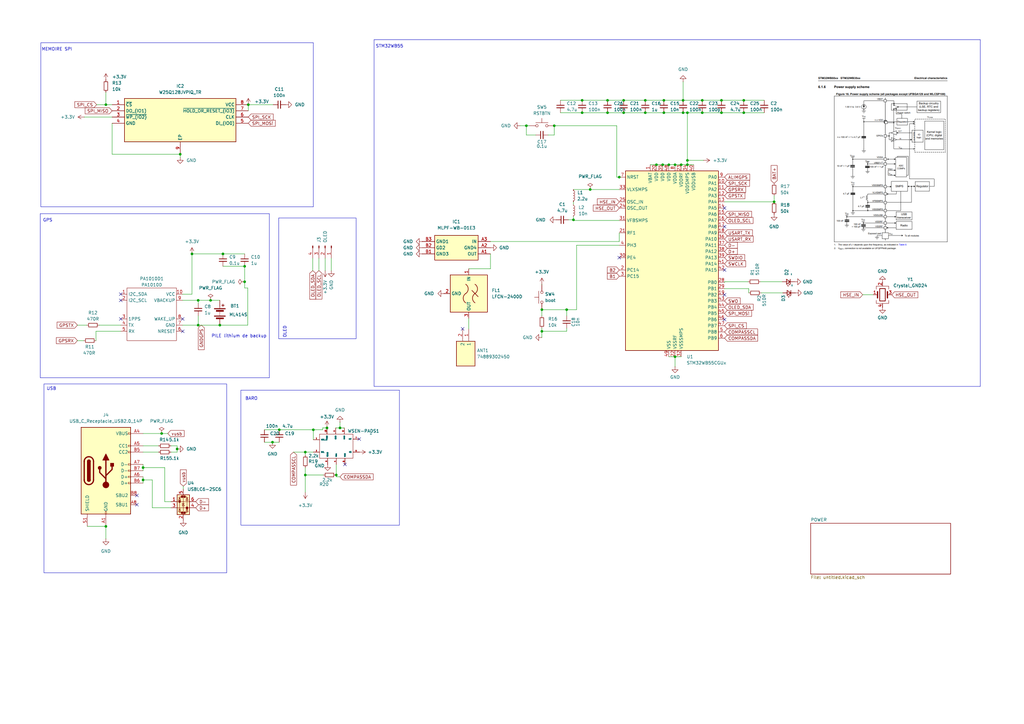
<source format=kicad_sch>
(kicad_sch (version 20231120) (generator "eeschema") (generator_version "8.0")
  (paper "A3")
  (junction (at 81.28 123.19))
  (junction (at 317.5 82.804))
  (junction (at 279.4 67.564))
  (junction (at 288.036 41.148))
  (junction (at 272.288 46.228))
  (junction (at 255.778 46.228))
  (junction (at 264.668 41.148))
  (junction (at 215.9 51.562))
  (junction (at 222.25 135.89))
  (junction (at 276.86 146.304))
  (junction (at 222.25 127))
  (junction (at 134.112 175.514))
  (junction (at 276.86 67.564))
  (junction (at 72.644 184.15))
  (junction (at 100.33 115.57))
  (junction (at 78.74 104.14))
  (junction (at 288.036 46.228))
  (junction (at 128.524 176.276))
  (junction (at 281.94 46.228))
  (junction (at 58.674 191.77))
  (junction (at 271.78 67.564))
  (junction (at 249.174 41.148))
  (junction (at 86.36 123.19))
  (junction (at 66.294 177.8))
  (junction (at 295.91 41.148))
  (junction (at 280.162 46.228))
  (junction (at 137.922 194.818))
  (junction (at 305.054 46.228))
  (junction (at 272.288 41.148))
  (junction (at 242.062 77.724))
  (junction (at 238.76 46.228))
  (junction (at 249.174 46.228))
  (junction (at 254 72.644))
  (junction (at 81.28 133.35))
  (junction (at 91.44 104.14))
  (junction (at 139.446 175.514))
  (junction (at 43.434 42.926))
  (junction (at 281.94 65.786))
  (junction (at 101.854 42.926))
  (junction (at 274.32 67.564))
  (junction (at 227.33 51.562))
  (junction (at 43.434 215.9))
  (junction (at 111.76 181.356))
  (junction (at 58.674 196.85))
  (junction (at 255.778 41.148))
  (junction (at 114.554 176.276))
  (junction (at 295.91 46.228))
  (junction (at 281.94 67.564))
  (junction (at 269.24 67.564))
  (junction (at 238.76 41.148))
  (junction (at 235.204 90.17))
  (junction (at 125.222 185.42))
  (junction (at 232.41 127))
  (junction (at 90.17 133.35))
  (junction (at 305.054 41.148))
  (junction (at 73.914 63.246))
  (junction (at 264.668 46.228))
  (junction (at 280.162 41.148))
  (junction (at 100.33 109.22))
  (junction (at 125.222 194.818))
  (no_connect (at 49.53 120.65))
  (no_connect (at 297.18 92.964))
  (no_connect (at 49.53 123.19))
  (no_connect (at 147.32 180.086))
  (no_connect (at 297.18 120.904))
  (no_connect (at 297.18 85.344))
  (no_connect (at 254 105.664))
  (no_connect (at 56.134 203.2))
  (no_connect (at 297.18 110.744))
  (no_connect (at 189.738 134.874))
  (no_connect (at 141.478 190.5))
  (no_connect (at 49.53 130.81))
  (no_connect (at 74.93 135.89))
  (no_connect (at 56.134 207.01))
  (no_connect (at 74.93 130.81))
  (no_connect (at 297.18 131.064))
  (wire (pts (xy 74.93 120.65) (xy 78.74 120.65)))
  (wire (pts (xy 317.5 80.264) (xy 317.5 82.804)))
  (wire (pts (xy 91.44 109.22) (xy 100.33 109.22)))
  (wire (pts (xy 288.036 41.148) (xy 295.91 41.148)))
  (wire (pts (xy 254 72.644) (xy 252.984 72.644)))
  (wire (pts (xy 74.93 123.19) (xy 81.28 123.19)))
  (wire (pts (xy 58.674 185.42) (xy 65.024 185.42)))
  (wire (pts (xy 75.184 200.66) (xy 75.184 199.39)))
  (wire (pts (xy 288.036 46.228) (xy 295.91 46.228)))
  (wire (pts (xy 81.28 123.19) (xy 81.28 124.46)))
  (wire (pts (xy 222.25 135.89) (xy 222.25 138.43)))
  (wire (pts (xy 137.668 175.514) (xy 139.446 175.514)))
  (wire (pts (xy 111.76 181.356) (xy 114.554 181.356)))
  (wire (pts (xy 297.18 82.804) (xy 317.5 82.804)))
  (wire (pts (xy 353.822 120.904) (xy 358.14 120.904)))
  (wire (pts (xy 45.974 63.246) (xy 45.974 50.546)))
  (wire (pts (xy 281.94 46.228) (xy 281.94 65.786)))
  (wire (pts (xy 67.564 205.74) (xy 67.564 191.77)))
  (wire (pts (xy 58.674 196.85) (xy 58.674 198.12)))
  (wire (pts (xy 306.832 115.57) (xy 297.18 115.57)))
  (wire (pts (xy 215.9 51.562) (xy 217.17 51.562)))
  (wire (pts (xy 192.278 130.556) (xy 192.278 134.874)))
  (wire (pts (xy 137.668 194.818) (xy 137.922 194.818)))
  (wire (pts (xy 133.35 110.998) (xy 133.35 105.918)))
  (wire (pts (xy 297.18 118.364) (xy 307.086 118.364)))
  (wire (pts (xy 108.458 181.356) (xy 111.76 181.356)))
  (wire (pts (xy 132.334 175.514) (xy 134.112 175.514)))
  (wire (pts (xy 280.162 46.228) (xy 281.94 46.228)))
  (wire (pts (xy 31.75 133.35) (xy 35.56 133.35)))
  (wire (pts (xy 272.288 41.148) (xy 280.162 41.148)))
  (wire (pts (xy 70.104 182.88) (xy 72.644 182.88)))
  (wire (pts (xy 269.24 67.564) (xy 271.78 67.564)))
  (wire (pts (xy 125.222 186.69) (xy 125.222 185.42)))
  (wire (pts (xy 305.054 41.148) (xy 313.436 41.148)))
  (wire (pts (xy 81.28 133.35) (xy 90.17 133.35)))
  (wire (pts (xy 58.674 182.88) (xy 65.024 182.88)))
  (wire (pts (xy 224.79 55.372) (xy 227.33 55.372)))
  (wire (pts (xy 135.89 110.998) (xy 135.89 105.918)))
  (wire (pts (xy 100.33 115.57) (xy 100.33 118.11)))
  (wire (pts (xy 235.204 90.17) (xy 235.204 88.9)))
  (wire (pts (xy 232.41 127) (xy 232.41 129.54)))
  (wire (pts (xy 34.544 48.006) (xy 45.974 48.006)))
  (wire (pts (xy 58.674 191.77) (xy 58.674 193.04)))
  (wire (pts (xy 40.64 133.35) (xy 49.53 133.35)))
  (wire (pts (xy 72.644 185.42) (xy 72.644 184.15)))
  (wire (pts (xy 232.41 134.62) (xy 232.41 135.89)))
  (wire (pts (xy 139.446 195.58) (xy 137.922 195.58)))
  (wire (pts (xy 227.33 51.562) (xy 252.984 51.562)))
  (wire (pts (xy 101.6 118.11) (xy 101.6 133.35)))
  (wire (pts (xy 201.168 110.236) (xy 201.168 104.14)))
  (wire (pts (xy 125.222 194.818) (xy 125.222 191.77)))
  (wire (pts (xy 58.674 195.58) (xy 58.674 196.85)))
  (wire (pts (xy 254 90.424) (xy 235.204 90.424)))
  (wire (pts (xy 39.37 135.89) (xy 49.53 135.89)))
  (wire (pts (xy 35.814 215.9) (xy 43.434 215.9)))
  (wire (pts (xy 232.41 135.89) (xy 222.25 135.89)))
  (wire (pts (xy 254 99.06) (xy 254 95.504)))
  (wire (pts (xy 238.76 41.148) (xy 249.174 41.148)))
  (wire (pts (xy 235.204 77.724) (xy 242.062 77.724)))
  (wire (pts (xy 43.434 42.926) (xy 43.434 37.846)))
  (wire (pts (xy 254.254 72.644) (xy 254 72.644)))
  (wire (pts (xy 264.668 46.228) (xy 272.288 46.228)))
  (wire (pts (xy 213.36 51.562) (xy 215.9 51.562)))
  (wire (pts (xy 78.74 120.65) (xy 78.74 104.14)))
  (wire (pts (xy 236.474 100.584) (xy 236.474 127)))
  (wire (pts (xy 39.37 139.7) (xy 39.37 135.89)))
  (wire (pts (xy 100.33 109.22) (xy 100.33 115.57)))
  (wire (pts (xy 305.054 46.228) (xy 313.436 46.228)))
  (wire (pts (xy 271.78 67.564) (xy 274.32 67.564)))
  (wire (pts (xy 101.6 133.35) (xy 90.17 133.35)))
  (wire (pts (xy 233.172 90.17) (xy 235.204 90.17)))
  (wire (pts (xy 255.778 46.228) (xy 264.668 46.228)))
  (wire (pts (xy 125.222 185.42) (xy 128.524 185.42)))
  (wire (pts (xy 62.484 196.85) (xy 58.674 196.85)))
  (wire (pts (xy 81.28 123.19) (xy 86.36 123.19)))
  (wire (pts (xy 279.4 67.564) (xy 281.94 67.564)))
  (wire (pts (xy 235.204 82.804) (xy 235.204 83.82)))
  (wire (pts (xy 222.25 134.62) (xy 222.25 135.89)))
  (wire (pts (xy 238.76 46.228) (xy 249.174 46.228)))
  (wire (pts (xy 128.524 176.276) (xy 128.524 180.34)))
  (wire (pts (xy 242.062 77.724) (xy 254 77.724)))
  (wire (pts (xy 255.778 41.148) (xy 264.668 41.148)))
  (wire (pts (xy 274.32 146.304) (xy 276.86 146.304)))
  (wire (pts (xy 295.91 46.228) (xy 305.054 46.228)))
  (wire (pts (xy 272.288 46.228) (xy 280.162 46.228)))
  (wire (pts (xy 86.36 123.19) (xy 90.17 123.19)))
  (wire (pts (xy 39.624 42.926) (xy 43.434 42.926)))
  (wire (pts (xy 128.524 176.276) (xy 132.334 176.276)))
  (wire (pts (xy 70.104 208.28) (xy 62.484 208.28)))
  (wire (pts (xy 114.554 176.276) (xy 128.524 176.276)))
  (wire (pts (xy 252.984 51.562) (xy 252.984 72.644)))
  (wire (pts (xy 215.9 55.372) (xy 215.9 51.562)))
  (wire (pts (xy 192.278 110.236) (xy 201.168 110.236)))
  (wire (pts (xy 222.25 129.54) (xy 222.25 127)))
  (wire (pts (xy 249.174 41.148) (xy 255.778 41.148)))
  (wire (pts (xy 101.854 42.926) (xy 101.854 45.466)))
  (wire (pts (xy 281.94 65.786) (xy 281.94 67.564)))
  (wire (pts (xy 249.174 46.228) (xy 255.778 46.228)))
  (wire (pts (xy 307.086 118.364) (xy 307.086 120.142)))
  (wire (pts (xy 264.668 41.148) (xy 272.288 41.148)))
  (wire (pts (xy 280.162 41.148) (xy 288.036 41.148)))
  (wire (pts (xy 281.94 46.228) (xy 288.036 46.228)))
  (wire (pts (xy 120.396 185.42) (xy 125.222 185.42)))
  (wire (pts (xy 43.434 215.9) (xy 43.434 220.98)))
  (wire (pts (xy 70.104 205.74) (xy 67.564 205.74)))
  (wire (pts (xy 311.912 115.57) (xy 320.802 115.57)))
  (wire (pts (xy 227.33 51.562) (xy 227.33 55.372)))
  (wire (pts (xy 101.854 42.926) (xy 112.014 42.926)))
  (wire (pts (xy 125.222 201.93) (xy 125.222 194.818)))
  (wire (pts (xy 74.93 133.35) (xy 81.28 133.35)))
  (wire (pts (xy 235.204 90.424) (xy 235.204 90.17)))
  (wire (pts (xy 128.27 110.998) (xy 128.27 105.918)))
  (wire (pts (xy 134.112 175.26) (xy 134.112 175.514)))
  (wire (pts (xy 70.104 185.42) (xy 72.644 185.42)))
  (wire (pts (xy 132.334 176.276) (xy 132.334 175.514)))
  (wire (pts (xy 137.922 195.58) (xy 137.922 194.818)))
  (wire (pts (xy 139.446 173.228) (xy 139.446 175.514)))
  (wire (pts (xy 91.44 104.14) (xy 100.33 104.14)))
  (wire (pts (xy 222.25 127) (xy 232.41 127)))
  (wire (pts (xy 229.87 41.148) (xy 238.76 41.148)))
  (wire (pts (xy 266.7 67.564) (xy 269.24 67.564)))
  (wire (pts (xy 73.914 63.246) (xy 73.914 64.516)))
  (wire (pts (xy 276.86 67.564) (xy 279.4 67.564)))
  (wire (pts (xy 100.33 118.11) (xy 101.6 118.11)))
  (wire (pts (xy 312.166 120.142) (xy 321.056 120.142)))
  (wire (pts (xy 288.544 65.786) (xy 281.94 65.786)))
  (wire (pts (xy 45.974 42.926) (xy 43.434 42.926)))
  (wire (pts (xy 125.222 194.818) (xy 132.588 194.818)))
  (wire (pts (xy 229.87 46.228) (xy 238.76 46.228)))
  (wire (pts (xy 31.75 139.7) (xy 34.29 139.7)))
  (wire (pts (xy 108.458 176.276) (xy 114.554 176.276)))
  (wire (pts (xy 219.71 55.372) (xy 215.9 55.372)))
  (wire (pts (xy 78.74 104.14) (xy 91.44 104.14)))
  (wire (pts (xy 58.674 190.5) (xy 58.674 191.77)))
  (wire (pts (xy 67.564 191.77) (xy 58.674 191.77)))
  (wire (pts (xy 137.922 190.5) (xy 137.922 194.818)))
  (wire (pts (xy 130.81 110.998) (xy 130.81 105.918)))
  (wire (pts (xy 276.86 146.304) (xy 276.86 150.368)))
  (wire (pts (xy 274.32 67.564) (xy 276.86 67.564)))
  (wire (pts (xy 297.18 115.57) (xy 297.18 115.824)))
  (wire (pts (xy 73.914 63.246) (xy 45.974 63.246)))
  (wire (pts (xy 295.91 41.148) (xy 305.054 41.148)))
  (wire (pts (xy 276.86 146.304) (xy 279.4 146.304)))
  (wire (pts (xy 58.674 177.8) (xy 66.294 177.8)))
  (wire (pts (xy 139.446 175.514) (xy 141.224 175.514)))
  (wire (pts (xy 232.41 127) (xy 236.474 127)))
  (wire (pts (xy 280.162 33.528) (xy 280.162 41.148)))
  (wire (pts (xy 72.644 182.88) (xy 72.644 184.15)))
  (wire (pts (xy 201.168 99.06) (xy 254 99.06)))
  (wire (pts (xy 81.28 133.35) (xy 81.28 129.54)))
  (wire (pts (xy 222.25 116.586) (xy 222.25 116.84)))
  (wire (pts (xy 62.484 208.28) (xy 62.484 196.85)))
  (wire (pts (xy 66.294 177.8) (xy 68.834 177.8)))
  (wire (pts (xy 281.94 67.564) (xy 284.48 67.564)))
  (wire (pts (xy 236.474 100.584) (xy 254 100.584)))
  (rectangle (start 16.764 17.526) (end 128.524 84.836))
  (rectangle (start 114.3 138.938) (end 146.05 89.408))
  (rectangle (start 98.806 160.02) (end 163.83 215.392))
  (rectangle (start 16.51 87.63) (end 110.49 154.94))
  (rectangle (start 153.416 16.256) (end 402.082 158.496))
  (rectangle (start 18.034 157.48) (end 92.964 234.95))
  (image (at 362.712 68.326) (scale 0.425045))
  (text "MEMOIRE SPI\n" (at 23.368 20.32 0) (effects (font (size 1.27 1.27))))
  (text "USB" (at 21.082 159.512 0) (effects (font (size 1.27 1.27))))
  (text "PILE lithium de backup" (at 98.044 137.922 0) (effects (font (size 1.27 1.27))))
  (text "BARO\n" (at 103.124 163.576 0) (effects (font (size 1.27 1.27))))
  (text "STM32WB55" (at 159.766 19.05 0) (effects (font (size 1.27 1.27))))
  (text "OLED" (at 116.84 136.144 90) (effects (font (size 1.27 1.27))))
  (text "GPS" (at 19.558 90.424 0) (effects (font (size 1.27 1.27))))
  (global_label "vusb" (shape input) (at 75.184 199.39 90) (property "Intersheetrefs" "${INTERSHEET_REFS}" (effects (hide yes))))
  (global_label "GPSRX" (shape input) (at 31.75 139.7 180) (property "Intersheetrefs" "${INTERSHEET_REFS}" (effects (hide yes))))
  (global_label "vusb" (shape input) (at 68.834 177.8 0) (property "Intersheetrefs" "${INTERSHEET_REFS}" (effects (hide yes))))
  (global_label "OLED_SCL" (shape input) (at 130.81 110.998 270) (property "Intersheetrefs" "${INTERSHEET_REFS}" (effects (hide yes))))
  (global_label "B1" (shape input) (at 254 113.284 180) (property "Intersheetrefs" "${INTERSHEET_REFS}" (effects (hide yes))))
  (global_label "HSE_IN" (shape input) (at 353.822 120.904 180) (property "Intersheetrefs" "${INTERSHEET_REFS}" (effects (hide yes))))
  (global_label "B2" (shape input) (at 254 110.744 180) (property "Intersheetrefs" "${INTERSHEET_REFS}" (effects (hide yes))))
  (global_label "GPSTX" (shape input) (at 297.18 80.264 0) (property "Intersheetrefs" "${INTERSHEET_REFS}" (effects (hide yes))))
  (global_label "OLED_SDA" (shape input) (at 297.18 125.984 0) (property "Intersheetrefs" "${INTERSHEET_REFS}" (effects (hide yes))))
  (global_label "SPI_MISO" (shape input) (at 297.18 87.884 0) (property "Intersheetrefs" "${INTERSHEET_REFS}" (effects (hide yes))))
  (global_label "USART_RX" (shape input) (at 297.18 98.044 0) (property "Intersheetrefs" "${INTERSHEET_REFS}" (effects (hide yes))))
  (global_label "USART_TX" (shape input) (at 297.18 95.504 0) (property "Intersheetrefs" "${INTERSHEET_REFS}" (effects (hide yes))))
  (global_label "SPI_SCK" (shape input) (at 101.854 48.006 0) (property "Intersheetrefs" "${INTERSHEET_REFS}" (effects (hide yes))))
  (global_label "D-" (shape input) (at 297.18 100.584 0) (property "Intersheetrefs" "${INTERSHEET_REFS}" (effects (hide yes))))
  (global_label "GNDGPS" (shape input) (at 82.55 133.35 270) (property "Intersheetrefs" "${INTERSHEET_REFS}" (effects (hide yes))))
  (global_label "BAT+" (shape input) (at 317.5 75.184 90) (property "Intersheetrefs" "${INTERSHEET_REFS}" (effects (hide yes))))
  (global_label "SWDIO" (shape input) (at 297.18 105.664 0) (property "Intersheetrefs" "${INTERSHEET_REFS}" (effects (hide yes))))
  (global_label "SPI_SCK" (shape input) (at 297.18 75.184 0) (property "Intersheetrefs" "${INTERSHEET_REFS}" (effects (hide yes))))
  (global_label "SPI_CS" (shape input) (at 39.624 42.926 180) (property "Intersheetrefs" "${INTERSHEET_REFS}" (effects (hide yes))))
  (global_label "SWO" (shape input) (at 297.18 123.444 0) (property "Intersheetrefs" "${INTERSHEET_REFS}" (effects (hide yes))))
  (global_label "OLED_SCL" (shape input) (at 297.18 90.424 0) (property "Intersheetrefs" "${INTERSHEET_REFS}" (effects (hide yes))))
  (global_label "HSE_OUT" (shape input) (at 254 85.344 180) (property "Intersheetrefs" "${INTERSHEET_REFS}" (effects (hide yes))))
  (global_label "SPI_MISO" (shape input) (at 45.974 45.466 180) (property "Intersheetrefs" "${INTERSHEET_REFS}" (effects (hide yes))))
  (global_label "COMPASSCL" (shape input) (at 297.18 136.144 0) (property "Intersheetrefs" "${INTERSHEET_REFS}" (effects (hide yes))))
  (global_label "SWCLK" (shape input) (at 297.18 108.204 0) (property "Intersheetrefs" "${INTERSHEET_REFS}" (effects (hide yes))))
  (global_label "GPSRX" (shape input) (at 297.18 77.724 0) (property "Intersheetrefs" "${INTERSHEET_REFS}" (effects (hide yes))))
  (global_label "HSE_OUT" (shape input) (at 365.76 120.904 0) (property "Intersheetrefs" "${INTERSHEET_REFS}" (effects (hide yes))))
  (global_label "GPSTX" (shape input) (at 31.75 133.35 180) (property "Intersheetrefs" "${INTERSHEET_REFS}" (effects (hide yes))))
  (global_label "D+" (shape input) (at 80.264 208.28 0) (property "Intersheetrefs" "${INTERSHEET_REFS}" (effects (hide yes))))
  (global_label "HSE_IN" (shape input) (at 254 82.804 180) (property "Intersheetrefs" "${INTERSHEET_REFS}" (effects (hide yes))))
  (global_label "COMPASSDA" (shape input) (at 139.446 195.58 0) (property "Intersheetrefs" "${INTERSHEET_REFS}" (effects (hide yes))))
  (global_label "COMPASSDA" (shape input) (at 297.18 138.684 0) (property "Intersheetrefs" "${INTERSHEET_REFS}" (effects (hide yes))))
  (global_label "COMPASSCL" (shape input) (at 120.396 185.42 270) (property "Intersheetrefs" "${INTERSHEET_REFS}" (effects (hide yes))))
  (global_label "SPI_CS" (shape input) (at 297.18 133.604 0) (property "Intersheetrefs" "${INTERSHEET_REFS}" (effects (hide yes))))
  (global_label "SPI_MOSi" (shape input) (at 101.854 50.546 0) (property "Intersheetrefs" "${INTERSHEET_REFS}" (effects (hide yes))))
  (global_label "D-" (shape input) (at 80.264 205.74 0) (property "Intersheetrefs" "${INTERSHEET_REFS}" (effects (hide yes))))
  (global_label "SPI_MOSi" (shape input) (at 297.18 128.524 0) (property "Intersheetrefs" "${INTERSHEET_REFS}" (effects (hide yes))))
  (global_label "OLED_SDA" (shape input) (at 128.27 110.998 270) (property "Intersheetrefs" "${INTERSHEET_REFS}" (effects (hide yes))))
  (global_label "ALIMGPS" (shape input) (at 297.18 72.644 0) (property "Intersheetrefs" "${INTERSHEET_REFS}" (effects (hide yes))))
  (global_label "D+" (shape input) (at 297.18 103.124 0) (property "Intersheetrefs" "${INTERSHEET_REFS}" (effects (hide yes))))
  (symbol (lib_id "power:GND") (at 213.36 51.562 270) (unit 1)
    (property "Reference" "#PWR029" (effects (hide yes)))
    (property "Value" "GND" (at 209.55 51.5619 90) (effects (justify right)))
    (property "Description" "Power symbol creates a global label with name \"GND\" , ground" (effects (hide yes)))
  )
  (symbol (lib_id "power:GND") (at 139.446 173.228 180) (unit 1)
    (property "Reference" "#PWR037" (effects (hide yes)))
    (property "Value" "GND" (at 139.446 168.148 0))
    (property "Description" "Power symbol creates a global label with name \"GND\" , ground" (effects (hide yes)))
  )
  (symbol (lib_id "power:GND") (at 173.228 104.14 270) (unit 1)
    (property "Reference" "#PWR044" (effects (hide yes)))
    (property "Value" "GND" (at 169.418 104.1399 90) (effects (justify right)))
    (property "Description" "Power symbol creates a global label with name \"GND\" , ground" (effects (hide yes)))
  )
  (symbol (lib_id "power:GND") (at 326.136 120.142 90) (unit 1)
    (property "Reference" "#PWR047" (effects (hide yes)))
    (property "Value" "GND" (at 329.438 120.1419 90) (effects (justify right)))
    (property "Description" "Power symbol creates a global label with name \"GND\" , ground" (effects (hide yes)))
  )
  (symbol (lib_id "power:GND") (at 134.366 190.5 0) (unit 1)
    (property "Reference" "#PWR036" (effects (hide yes)))
    (property "Value" "GND" (at 131.064 191.008 0))
    (property "Description" "Power symbol creates a global label with name \"GND\" , ground" (effects (hide yes)))
  )
  (symbol (lib_id "Device:C_Small") (at 114.554 42.926 90) (unit 1)
    (property "Reference" "C11" (at 114.5603 36.576 90))
    (property "Value" "100n" (at 114.5603 39.116 90))
    (property "Footprint" "Capacitor_SMD:C_0402_1005Metric" (effects (hide yes)))
    (property "Description" "Unpolarized capacitor, small symbol" (effects (hide yes)))
  )
  (symbol (lib_id "Device:R_Small") (at 309.626 120.142 90) (unit 1)
    (property "Reference" "R2" (at 311.404 123.698 0) (effects (justify left)))
    (property "Value" "510R" (at 313.436 125.73 0) (effects (justify left)))
    (property "Footprint" "Resistor_SMD:R_0402_1005Metric" (effects (hide yes)))
    (property "Description" "Resistor, small symbol" (effects (hide yes)))
  )
  (symbol (lib_id "power:GND") (at 276.86 150.368 0) (unit 1)
    (property "Reference" "#PWR038" (effects (hide yes)))
    (property "Value" "GND" (at 276.86 154.686 0))
    (property "Description" "Power symbol creates a global label with name \"GND\" , ground" (effects (hide yes)))
  )
  (symbol (lib_id "Device:C_Small") (at 238.76 43.688 0) (unit 1)
    (property "Reference" "C13" (at 241.3 42.4242 0) (effects (justify left)))
    (property "Value" "100n" (at 241.3 44.9642 0) (effects (justify left)))
    (property "Footprint" "Capacitor_SMD:C_0402_1005Metric" (effects (hide yes)))
    (property "Description" "Unpolarized capacitor, small symbol" (effects (hide yes)))
  )
  (symbol (lib_id "RF_Filter:LFCN-2400D") (at 192.278 120.396 270) (unit 1)
    (property "Reference" "FL1" (at 201.676 119.1259 90) (effects (justify left)))
    (property "Value" "LFCN-2400D" (at 201.676 121.6659 90) (effects (justify left)))
    (property "Footprint" "DLF162500LT-5028A1:DLF162500LT5028A1" (effects (hide yes)))
    (property "Datasheet" "https://www.minicircuits.com/pdfs/LFCN-2400D+.pdf" (effects (hide yes)))
    (property "Description" "2400MHz 50 Ohm Passive Low Pass Filter, DC capable, FV1206" (effects (hide yes)))
  )
  (symbol (lib_id "LTC4065:USB_C_Receptacle_USB2.0_16P") (at 43.434 193.04 0) (unit 1)
    (property "Reference" "J4" (at 43.434 170.18 0))
    (property "Value" "USB_C_Receptacle_USB2.0_14P" (at 43.434 172.72 0))
    (property "Footprint" "USBWURTH:USBC-WURTH" (effects (hide yes)))
    (property "Datasheet" "https://www.we-online.com/components/products/datasheet/629722000214.pdf" (effects (hide yes)))
    (property "Description" "USB 2.0-only 16p Type-C Receptacle connector" (effects (hide yes)))
  )
  (symbol (lib_id "Device:C_Small") (at 313.436 43.688 0) (unit 1)
    (property "Reference" "C2" (at 315.976 42.4242 0) (effects (justify left)))
    (property "Value" "100n" (at 315.976 44.9642 0) (effects (justify left)))
    (property "Footprint" "Capacitor_SMD:C_0402_1005Metric" (effects (hide yes)))
    (property "Description" "Unpolarized capacitor, small symbol" (effects (hide yes)))
  )
  (symbol (lib_id "power:GND") (at 201.168 101.6 90) (unit 1)
    (property "Reference" "#PWR041" (effects (hide yes)))
    (property "Value" "GND" (at 204.724 101.5999 90) (effects (justify right)))
    (property "Description" "Power symbol creates a global label with name \"GND\" , ground" (effects (hide yes)))
  )
  (symbol (lib_id "Device:R_Small") (at 222.25 132.08 0) (unit 1)
    (property "Reference" "R16" (at 224.79 130.8099 0) (effects (justify left)))
    (property "Value" "10k" (at 224.79 133.3499 0) (effects (justify left)))
    (property "Footprint" "Resistor_SMD:R_0402_1005Metric" (effects (hide yes)))
    (property "Description" "Resistor, small symbol" (effects (hide yes)))
  )
  (symbol (lib_id "power:GND") (at 361.95 125.984 0) (unit 1)
    (property "Reference" "#PWR039" (effects (hide yes)))
    (property "Value" "GND" (at 361.95 130.302 0))
    (property "Description" "Power symbol creates a global label with name \"GND\" , ground" (effects (hide yes)))
  )
  (symbol (lib_id "Device:L_Small") (at 235.204 80.264 0) (unit 1)
    (property "Reference" "L1" (at 236.728 78.9939 0) (effects (justify left)))
    (property "Value" "2.2u" (at 236.728 81.5339 0) (effects (justify left)))
    (property "Footprint" "Inductor_SMD:L_0805_2012Metric" (effects (hide yes)))
    (property "Description" "Inductor, small symbol" (effects (hide yes)))
  )
  (symbol (lib_id "Device:C_Small") (at 91.44 106.68 0) (unit 1)
    (property "Reference" "C9" (at 93.98 105.4162 0) (effects (justify left)))
    (property "Value" "0.1u" (at 93.98 107.9562 0) (effects (justify left)))
    (property "Footprint" "Capacitor_SMD:C_0402_1005Metric" (effects (hide yes)))
    (property "Description" "Unpolarized capacitor, small symbol" (effects (hide yes)))
  )
  (symbol (lib_id "power:GND") (at 317.5 87.884 0) (unit 1)
    (property "Reference" "#PWR032" (effects (hide yes)))
    (property "Value" "GND" (at 317.5 92.964 0))
    (property "Description" "Power symbol creates a global label with name \"GND\" , ground" (effects (hide yes)))
  )
  (symbol (lib_id "Device:C_Small") (at 222.25 55.372 90) (unit 1)
    (property "Reference" "C17" (at 222.25 58.166 90))
    (property "Value" "0.1u" (at 222.25 59.944 90))
    (property "Footprint" "Capacitor_SMD:C_0402_1005Metric" (effects (hide yes)))
    (property "Description" "Unpolarized capacitor, small symbol" (effects (hide yes)))
  )
  (symbol (lib_id "Device:C_Small") (at 114.554 178.816 180) (unit 1)
    (property "Reference" "C19" (at 116.84 177.8 0) (effects (justify right)))
    (property "Value" "4.7u" (at 120.142 174.752 0) (effects (justify left)))
    (property "Footprint" "Capacitor_SMD:C_0402_1005Metric" (effects (hide yes)))
    (property "Description" "Unpolarized capacitor, small symbol" (effects (hide yes)))
  )
  (symbol (lib_id "power:PWR_FLAG") (at 100.33 115.57 90) (unit 1)
    (property "Reference" "#FLG03" (effects (hide yes)))
    (property "Value" "PWR_FLAG" (at 96.52 115.5699 90) (effects (justify left)))
    (property "Description" "Special symbol for telling ERC where power comes from" (effects (hide yes)))
  )
  (symbol (lib_id "Device:C_Small") (at 229.87 43.688 0) (unit 1)
    (property "Reference" "C12" (at 232.41 42.4242 0) (effects (justify left)))
    (property "Value" "4.7u" (at 232.41 44.9642 0) (effects (justify left)))
    (property "Footprint" "Capacitor_SMD:C_0402_1005Metric" (effects (hide yes)))
    (property "Description" "Unpolarized capacitor, small symbol" (effects (hide yes)))
  )
  (symbol (lib_id "Device:R_Small") (at 36.83 139.7 270) (unit 1)
    (property "Reference" "R11" (at 36.83 142.24 90))
    (property "Value" "470R" (at 36.576 144.78 90))
    (property "Footprint" "Resistor_SMD:R_0402_1005Metric" (effects (hide yes)))
    (property "Description" "Resistor, small symbol" (effects (hide yes)))
  )
  (symbol (lib_id "Device:C_Small") (at 108.458 178.816 180) (unit 1)
    (property "Reference" "C20" (at 110.744 177.8 0) (effects (justify right)))
    (property "Value" "100n" (at 114.046 174.752 0) (effects (justify left)))
    (property "Footprint" "Capacitor_SMD:C_0402_1005Metric" (effects (hide yes)))
    (property "Description" "Unpolarized capacitor, small symbol" (effects (hide yes)))
  )
  (symbol (lib_id "Device:R_Small") (at 67.564 185.42 90) (unit 1)
    (property "Reference" "R15" (at 67.564 187.96 90))
    (property "Value" "5.1k" (at 71.374 187.96 90))
    (property "Footprint" "Resistor_SMD:R_0402_1005Metric" (effects (hide yes)))
    (property "Description" "Resistor, small symbol" (effects (hide yes)))
  )
  (symbol (lib_id "Device:R_Small") (at 67.564 182.88 90) (unit 1)
    (property "Reference" "R14" (at 67.31 180.34 90))
    (property "Value" "5.1k" (at 71.374 180.34 90))
    (property "Footprint" "Resistor_SMD:R_0402_1005Metric" (effects (hide yes)))
    (property "Description" "Resistor, small symbol" (effects (hide yes)))
  )
  (symbol (lib_id "Device:C_Small") (at 232.41 132.08 180) (unit 1)
    (property "Reference" "C18" (at 235.204 132.08 90))
    (property "Value" "10n" (at 236.982 132.08 90))
    (property "Footprint" "Capacitor_SMD:C_0402_1005Metric" (effects (hide yes)))
    (property "Description" "Unpolarized capacitor, small symbol" (effects (hide yes)))
  )
  (symbol (lib_id "power:GND") (at 117.094 42.926 90) (unit 1)
    (property "Reference" "#PWR023" (effects (hide yes)))
    (property "Value" "GND" (at 120.904 42.9259 90) (effects (justify right)))
    (property "Description" "Power symbol creates a global label with name \"GND\" , ground" (effects (hide yes)))
  )
  (symbol (lib_id "Power_Protection:USBLC6-2SC6") (at 75.184 205.74 0) (unit 1)
    (property "Reference" "U4" (at 76.8351 198.12 0) (effects (justify left)))
    (property "Value" "USBLC6-2SC6" (at 76.8351 200.66 0) (effects (justify left)))
    (property "Footprint" "Package_TO_SOT_SMD:SOT-23-6" (effects (hide yes)))
    (property "Datasheet" "https://www.st.com/resource/en/datasheet/usblc6-2.pdf" (effects (hide yes)))
    (property "Description" "Very low capacitance ESD protection diode, 2 data-line, SOT-23-6" (effects (hide yes)))
  )
  (symbol (lib_id "Device:C_Small") (at 280.162 43.688 0) (unit 1)
    (property "Reference" "C22" (at 282.702 42.4242 0) (effects (justify left)))
    (property "Value" "100n" (at 282.702 44.9642 0) (effects (justify left)))
    (property "Footprint" "Capacitor_SMD:C_0402_1005Metric" (effects (hide yes)))
    (property "Description" "Unpolarized capacitor, small symbol" (effects (hide yes)))
  )
  (symbol (lib_id "Switch:SW_Push") (at 222.25 51.562 0) (unit 1)
    (property "Reference" "SW5" (at 222.25 43.942 0))
    (property "Value" "RSTBTN" (at 222.25 46.482 0))
    (property "Footprint" "KXT3:SW_KXT3" (effects (hide yes)))
    (property "Description" "Push button switch, generic, two pins" (effects (hide yes)))
  )
  (symbol (lib_id "Device:R_Small") (at 317.5 77.724 0) (unit 1)
    (property "Reference" "R17" (at 320.04 76.4539 0) (effects (justify left)))
    (property "Value" "50k" (at 320.04 78.9939 0) (effects (justify left)))
    (property "Footprint" "Resistor_SMD:R_0402_1005Metric" (effects (hide yes)))
    (property "Description" "Resistor, small symbol" (effects (hide yes)))
  )
  (symbol (lib_id "MCU_ST_STM32WB:STM32WB55CGUx") (at 274.32 108.204 0) (unit 1)
    (property "Reference" "U1" (at 281.5941 146.304 0) (effects (justify left)))
    (property "Value" "STM32WB55CGUx" (at 281.5941 148.844 0) (effects (justify left)))
    (property "Footprint" "Package_DFN_QFN:QFN-48-1EP_7x7mm_P0.5mm_EP5.6x5.6mm" (effects (hide yes)))
    (property "Datasheet" "https://www.st.com/resource/en/datasheet/stm32wb55cg.pdf" (effects (hide yes)))
    (property "Description" "STMicroelectronics Arm Cortex-M4 MCU, 1024KB flash, 256KB RAM, 64 MHz, 1.71-3.6V, 30 GPIO, UFQFPN48" (effects (hide yes)))
  )
  (symbol (lib_id "74889302450(antenne):74889302450") (at 192.278 134.874 270) (unit 1)
    (property "Reference" "ANT1" (at 195.58 143.7639 90) (effects (justify left)))
    (property "Value" "74889302450" (at 195.58 146.3039 90) (effects (justify left)))
    (property "Footprint" "74889302450(antenne):74889302450" (effects (hide yes)))
    (property "Datasheet" "https://www.we-online.com/components/products/datasheet/74889302450.pdf" (effects (hide yes)))
    (property "Description" "Antennas WE-MCA 2400-2500 MHz 0.5 dBiAEC-Q200" (effects (hide yes)))
    (property "Height" "1.4" (effects (hide yes)))
    (property "Manufacturer_Name" "Wurth Elektronik" (effects (hide yes)))
    (property "Manufacturer_Part_Number" "74889302450" (effects (hide yes)))
    (property "Mouser Part Number" "710-74889302450" (effects (hide yes)))
    (property "Mouser Price/Stock" "https://www.mouser.co.uk/ProductDetail/Wurth-Elektronik/74889302450?qs=Li%252BoUPsLEnvpM4HLjF1%2F2A%3D%3D" (effects (hide yes)))
  )
  (symbol (lib_id "power:+3.3V") (at 125.222 201.93 180) (unit 1)
    (property "Reference" "#PWR034" (effects (hide yes)))
    (property "Value" "+3.3V" (at 125.222 207.264 0))
    (property "Description" "Power symbol creates a global label with name \"+3.3V\"" (effects (hide yes)))
  )
  (symbol (lib_id "Device:C_Small") (at 295.91 43.688 0) (unit 1)
    (property "Reference" "C24" (at 299.466 42.4242 0) (effects (justify left)))
    (property "Value" "4.7u" (at 299.466 44.9642 0) (effects (justify left)))
    (property "Footprint" "Capacitor_SMD:C_0402_1005Metric" (effects (hide yes)))
    (property "Description" "Unpolarized capacitor, small symbol" (effects (hide yes)))
  )
  (symbol (lib_id "Device:R_Small") (at 317.5 85.344 0) (unit 1)
    (property "Reference" "R18" (at 320.04 84.0739 0) (effects (justify left)))
    (property "Value" "50k" (at 320.04 86.6139 0) (effects (justify left)))
    (property "Footprint" "Resistor_SMD:R_0402_1005Metric" (effects (hide yes)))
    (property "Description" "Resistor, small symbol" (effects (hide yes)))
  )
  (symbol (lib_id "power:GND") (at 111.76 181.356 0) (unit 1)
    (property "Reference" "#PWR033" (effects (hide yes)))
    (property "Value" "GND" (at 111.76 186.182 0))
    (property "Description" "Power symbol creates a global label with name \"GND\" , ground" (effects (hide yes)))
  )
  (symbol (lib_id "Device:C_Small") (at 81.28 127 0) (unit 1)
    (property "Reference" "C8" (at 83.82 125.7362 0) (effects (justify left)))
    (property "Value" "1u" (at 83.82 128.2762 0) (effects (justify left)))
    (property "Footprint" "Capacitor_SMD:C_0402_1005Metric" (effects (hide yes)))
    (property "Description" "Unpolarized capacitor, small symbol" (effects (hide yes)))
  )
  (symbol (lib_id "power:GND") (at 182.118 120.396 270) (unit 1)
    (property "Reference" "#PWR046" (effects (hide yes)))
    (property "Value" "GND" (at 178.054 120.3959 90) (effects (justify right)))
    (property "Description" "Power symbol creates a global label with name \"GND\" , ground" (effects (hide yes)))
  )
  (symbol (lib_id "power:+3.3V") (at 134.112 175.26 0) (unit 1)
    (property "Reference" "#PWR035" (effects (hide yes)))
    (property "Value" "+3.3V" (at 134.112 170.942 0))
    (property "Description" "Power symbol creates a global label with name \"+3.3V\"" (effects (hide yes)))
  )
  (symbol (lib_id "power:GND") (at 72.644 184.15 90) (unit 1)
    (property "Reference" "#PWR025" (effects (hide yes)))
    (property "Value" "GND" (at 76.454 184.1499 90) (effects (justify right)))
    (property "Description" "Power symbol creates a global label with name \"GND\" , ground" (effects (hide yes)))
  )
  (symbol (lib_id "Device:C_Small") (at 249.174 43.688 0) (unit 1)
    (property "Reference" "C26" (at 251.714 42.4242 0) (effects (justify left)))
    (property "Value" "100n" (at 251.714 44.9642 0) (effects (justify left)))
    (property "Footprint" "Capacitor_SMD:C_0402_1005Metric" (effects (hide yes)))
    (property "Description" "Unpolarized capacitor, small symbol" (effects (hide yes)))
  )
  (symbol (lib_id "winbond:W25Q128JVPIQ_TR") (at 45.974 42.926 0) (unit 1)
    (property "Reference" "IC2" (at 73.914 35.306 0))
    (property "Value" "W25Q128JVPIQ_TR" (at 73.914 37.846 0))
    (property "Footprint" "W25Q128:SON127P600X500X80-9N-D" (effects (hide yes)))
    (property "Datasheet" "https://www.winbond.com/resource-files/w25q128jv%20revf%2003272018%20plus.pdf" (effects (hide yes)))
    (property "Description" "NOR Flash spiFlash, 3V, 128M-bit, 4Kb Uniform Sector" (effects (hide yes)))
    (property "Height" "0.8" (effects (hide yes)))
    (property "Manufacturer_Name" "Winbond" (effects (hide yes)))
    (property "Manufacturer_Part_Number" "W25Q128JVPIQ TR" (effects (hide yes)))
    (property "Mouser Part Number" "454-W25Q128JVPIQTR" (effects (hide yes)))
    (property "Mouser Price/Stock" "https://www.mouser.co.uk/ProductDetail/Winbond/W25Q128JVPIQ-TR?qs=qSfuJ%252Bfl%2Fd6H7vbXyrDu3w%3D%3D" (effects (hide yes)))
    (property "Arrow Part Number" "W25Q128JVPIQ TR" (effects (hide yes)))
    (property "Arrow Price/Stock" "https://www.arrow.com/en/products/w25q128jvpiqtr/winbond-electronics?utm_currency=USD&region=nac" (effects (hide yes)))
  )
  (symbol (lib_id "power:+3.3V") (at 43.434 32.766 0) (unit 1)
    (property "Reference" "#PWR020" (effects (hide yes)))
    (property "Value" "+3.3V" (at 45.974 31.4959 0) (effects (justify left)))
    (property "Description" "Power symbol creates a global label with name \"+3.3V\"" (effects (hide yes)))
  )
  (symbol (lib_id "power:PWR_FLAG") (at 66.294 177.8 0) (unit 1)
    (property "Reference" "#FLG04" (effects (hide yes)))
    (property "Value" "PWR_FLAG" (at 66.294 172.72 0))
    (property "Description" "Special symbol for telling ERC where power comes from" (effects (hide yes)))
  )
  (symbol (lib_id "power:+3.3V") (at 101.854 42.926 0) (unit 1)
    (property "Reference" "#PWR022" (effects (hide yes)))
    (property "Value" "+3.3V" (at 104.394 41.6559 0) (effects (justify left)))
    (property "Description" "Power symbol creates a global label with name \"+3.3V\"" (effects (hide yes)))
  )
  (symbol (lib_id "power:GND") (at 280.162 33.528 180) (unit 1)
    (property "Reference" "#PWR027" (effects (hide yes)))
    (property "Value" "GND" (at 280.162 28.448 0))
    (property "Description" "Power symbol creates a global label with name \"GND\" , ground" (effects (hide yes)))
  )
  (symbol (lib_id "Device:C_Small") (at 305.054 43.688 0) (unit 1)
    (property "Reference" "C25" (at 307.594 42.4242 0) (effects (justify left)))
    (property "Value" "100n" (at 307.594 44.9642 0) (effects (justify left)))
    (property "Footprint" "Capacitor_SMD:C_0402_1005Metric" (effects (hide yes)))
    (property "Description" "Unpolarized capacitor, small symbol" (effects (hide yes)))
  )
  (symbol (lib_id "power:+3.3V") (at 222.25 116.586 0) (unit 1)
    (property "Reference" "#PWR031" (effects (hide yes)))
    (property "Value" "+3.3V" (at 222.25 111.506 0))
    (property "Description" "Power symbol creates a global label with name \"+3.3V\"" (effects (hide yes)))
  )
  (symbol (lib_id "power:+3.3V") (at 147.32 185.42 270) (unit 1)
    (property "Reference" "#PWR048" (effects (hide yes)))
    (property "Value" "+3.3V" (at 150.876 185.4199 90) (effects (justify left)))
    (property "Description" "Power symbol creates a global label with name \"+3.3V\"" (effects (hide yes)))
  )
  (symbol (lib_id "Device:L_Small") (at 235.204 86.36 0) (unit 1)
    (property "Reference" "L2" (at 237.236 85.0899 0) (effects (justify left)))
    (property "Value" "10n" (at 237.236 87.6299 0) (effects (justify left)))
    (property "Footprint" "Inductor_SMD:L_0402_1005Metric" (effects (hide yes)))
    (property "Description" "Inductor, small symbol" (effects (hide yes)))
  )
  (symbol (lib_id "Device:C_Small") (at 100.33 106.68 0) (unit 1)
    (property "Reference" "C10" (at 102.87 105.4162 0) (effects (justify left)))
    (property "Value" "1u" (at 102.87 107.9562 0) (effects (justify left)))
    (property "Footprint" "Capacitor_SMD:C_0402_1005Metric" (effects (hide yes)))
    (property "Description" "Unpolarized capacitor, small symbol" (effects (hide yes)))
  )
  (symbol (lib_id "power:+3.3V") (at 133.35 110.998 180) (unit 1)
    (property "Reference" "#PWR016" (effects (hide yes)))
    (property "Value" "+3.3V" (at 133.3499 114.808 90) (effects (justify left)))
    (property "Description" "Power symbol creates a global label with name \"+3.3V\"" (effects (hide yes)))
  )
  (symbol (lib_id "power:GND") (at 173.228 101.6 270) (unit 1)
    (property "Reference" "#PWR043" (effects (hide yes)))
    (property "Value" "GND" (at 169.418 101.5999 90) (effects (justify right)))
    (property "Description" "Power symbol creates a global label with name \"GND\" , ground" (effects (hide yes)))
  )
  (symbol (lib_id "power:GND") (at 75.184 213.36 0) (unit 1)
    (property "Reference" "#PWR026" (effects (hide yes)))
    (property "Value" "GND" (at 75.184 218.44 0))
    (property "Description" "Power symbol creates a global label with name \"GND\" , ground" (effects (hide yes)))
  )
  (symbol (lib_id "Device:R_Small") (at 125.222 189.23 0) (unit 1)
    (property "Reference" "R19" (at 126.492 189.23 0) (effects (justify left)))
    (property "Value" "2.2k" (at 126.492 186.944 0) (effects (justify left)))
    (property "Footprint" "Resistor_SMD:R_0402_1005Metric" (effects (hide yes)))
    (property "Description" "Resistor, small symbol" (effects (hide yes)))
  )
  (symbol (lib_id "Device:Battery") (at 90.17 128.27 0) (unit 1)
    (property "Reference" "BT1" (at 94.488 125.476 0) (effects (justify left)))
    (property "Value" "ML414S" (at 93.98 129.032 0) (effects (justify left)))
    (property "Footprint" "MS414:MS421R-IV03E" (effects (hide yes)))
    (property "Description" "Multiple-cell battery" (effects (hide yes)))
  )
  (symbol (lib_id "Device:R_Small") (at 309.372 115.57 90) (unit 1)
    (property "Reference" "R1" (at 308.61 113.03 0) (effects (justify left)))
    (property "Value" "510R" (at 310.6419 113.03 0) (effects (justify left)))
    (property "Footprint" "Resistor_SMD:R_0402_1005Metric" (effects (hide yes)))
    (property "Description" "Resistor, small symbol" (effects (hide yes)))
  )
  (symbol (lib_id "power:+3.3V") (at 34.544 48.006 90) (unit 1)
    (property "Reference" "#PWR019" (effects (hide yes)))
    (property "Value" "+3.3V" (at 30.734 48.0059 90) (effects (justify left)))
    (property "Description" "Power symbol creates a global label with name \"+3.3V\"" (effects (hide yes)))
  )
  (symbol (lib_id "power:GND") (at 222.25 138.43 270) (unit 1)
    (property "Reference" "#PWR030" (effects (hide yes)))
    (property "Value" "GND" (at 218.44 138.4299 90) (effects (justify right)))
    (property "Description" "Power symbol creates a global label with name \"GND\" , ground" (effects (hide yes)))
  )
  (symbol (lib_id "power:GND") (at 43.434 220.98 0) (unit 1)
    (property "Reference" "#PWR024" (effects (hide yes)))
    (property "Value" "GND" (at 43.434 226.06 0))
    (property "Description" "Power symbol creates a global label with name \"GND\" , ground" (effects (hide yes)))
  )
  (symbol (lib_id "power:GND") (at 228.092 90.17 270) (unit 1)
    (property "Reference" "#PWR045" (effects (hide yes)))
    (property "Value" "GND" (at 223.774 90.1699 90) (effects (justify right)))
    (property "Description" "Power symbol creates a global label with name \"GND\" , ground" (effects (hide yes)))
  )
  (symbol (lib_id "Device:C_Small") (at 272.288 43.688 0) (unit 1)
    (property "Reference" "C15" (at 274.828 42.4242 0) (effects (justify left)))
    (property "Value" "10n" (at 274.828 44.9642 0) (effects (justify left)))
    (property "Footprint" "Capacitor_SMD:C_0402_1005Metric" (effects (hide yes)))
    (property "Description" "Unpolarized capacitor, small symbol" (effects (hide yes)))
  )
  (symbol (lib_id "Device:LED_Small") (at 323.596 120.142 180) (unit 1)
    (property "Reference" "D3" (at 321.31 123.698 90) (effects (justify right)))
    (property "Value" "~" (at 324.8025 117.602 90) (effects (justify right)))
    (property "Footprint" "LED_SMD:LED_0201_0603Metric_Pad0.64x0.40mm_HandSolder" (effects (hide yes)))
    (property "Description" "Light emitting diode, small symbol" (effects (hide yes)))
  )
  (symbol (lib_id "power:GND") (at 73.914 64.516 0) (unit 1)
    (property "Reference" "#PWR021" (effects (hide yes)))
    (property "Value" "GND" (at 76.454 65.7859 0) (effects (justify left)))
    (property "Description" "Power symbol creates a global label with name \"GND\" , ground" (effects (hide yes)))
  )
  (symbol (lib_id "Device:LED_Small") (at 323.342 115.57 180) (unit 1)
    (property "Reference" "D2" (at 322.6434 113.03 90) (effects (justify right)))
    (property "Value" "~" (at 324.5485 113.03 90) (effects (justify right)))
    (property "Footprint" "LED_SMD:LED_0201_0603Metric_Pad0.64x0.40mm_HandSolder" (effects (hide yes)))
    (property "Description" "Light emitting diode, small symbol" (effects (hide yes)))
  )
  (symbol (lib_id "power:PWR_FLAG") (at 86.36 123.19 0) (unit 1)
    (property "Reference" "#FLG02" (effects (hide yes)))
    (property "Value" "PWR_FLAG" (at 86.36 118.11 0))
    (property "Description" "Special symbol for telling ERC where power comes from" (effects (hide yes)))
  )
  (symbol (lib_id "power:GND") (at 173.228 99.06 270) (unit 1)
    (property "Reference" "#PWR042" (effects (hide yes)))
    (property "Value" "GND" (at 169.418 99.0599 90) (effects (justify right)))
    (property "Description" "Power symbol creates a global label with name \"GND\" , ground" (effects (hide yes)))
  )
  (symbol (lib_id "PA1010D:PA1010D") (at 60.96 118.11 0) (unit 1)
    (property "Reference" "PA1010D1" (at 62.23 114.3 0))
    (property "Value" "PA1010D" (at 62.23 116.84 0))
    (property "Footprint" "PA1010D:PA1010D" (effects (hide yes)))
    (property "Datasheet" "https://drive.google.com/file/d/1O-9RGAwgs2fgtnzJRBa9eB1fAqJt7n_k/view" (effects (hide yes)))
  )
  (symbol (lib_id "Device:R_Small") (at 135.128 194.818 90) (unit 1)
    (property "Reference" "R20" (at 134.874 198.628 90) (effects (justify left)))
    (property "Value" "2.2k" (at 136.398 196.85 90) (effects (justify left)))
    (property "Footprint" "Resistor_SMD:R_0402_1005Metric" (effects (hide yes)))
    (property "Description" "Resistor, small symbol" (effects (hide yes)))
  )
  (symbol (lib_id "Switch:SW_Push") (at 222.25 121.92 90) (unit 1)
    (property "Reference" "SW4" (at 223.52 120.6499 90) (effects (justify right)))
    (property "Value" "boot" (at 223.52 123.1899 90) (effects (justify right)))
    (property "Footprint" "KXT3:SW_KXT3" (effects (hide yes)))
    (property "Description" "Push button switch, generic, two pins" (effects (hide yes)))
  )
  (symbol (lib_id "Connector:Conn_01x04_Pin") (at 133.35 100.838 270) (unit 1)
    (property "Reference" "J3" (at 130.8099 99.568 0) (effects (justify right)))
    (property "Value" "OLED" (at 133.3499 99.568 0) (effects (justify right)))
    (property "Footprint" "Connector_PinSocket_2.54mm:PinSocket_1x04_P2.54mm_Vertical" (effects (hide yes)))
    (property "Description" "Generic connector, single row, 01x04, script generated" (effects (hide yes)))
  )
  (symbol (lib_id "MLPF-WB-01E3:MLPF-WB-01E3") (at 201.168 104.14 180) (unit 1)
    (property "Reference" "IC1" (at 187.198 90.932 0))
    (property "Value" "MLPF-WB-01E3" (at 187.198 93.472 0))
    (property "Footprint" "MLPF-WB-01E3:MLPFWB01E3" (effects (hide yes)))
    (property "Datasheet" "https://www.st.com/resource/en/datasheet/mlpf-wb-01e3.pdf" (effects (hide yes)))
    (property "Description" "RF Wireless Misc 2.4 GHz Matched filter companion chip for STM32WB" (effects (hide yes)))
    (property "Height" "0.45" (effects (hide yes)))
    (property "Manufacturer_Name" "STMicroelectronics" (effects (hide yes)))
    (property "Manufacturer_Part_Number" "MLPF-WB-01E3" (effects (hide yes)))
    (property "Mouser Part Number" "511-MLPF-WB-01E3" (effects (hide yes)))
    (property "Mouser Price/Stock" "https://www.mouser.co.uk/ProductDetail/STMicroelectronics/MLPF-WB-01E3?qs=eP2BKZSCXI61c5ogwsYP3A%3D%3D" (effects (hide yes)))
    (property "Arrow Part Number" "MLPF-WB-01E3" (effects (hide yes)))
    (property "Arrow Price/Stock" "https://www.arrow.com/en/products/mlpf-wb-01e3/stmicroelectronics?region=nac" (effects (hide yes)))
  )
  (symbol (lib_id "Device:C_Small") (at 255.778 43.688 0) (unit 1)
    (property "Reference" "C21" (at 258.318 42.4242 0) (effects (justify left)))
    (property "Value" "100n" (at 258.318 44.9642 0) (effects (justify left)))
    (property "Footprint" "Capacitor_SMD:C_0402_1005Metric" (effects (hide yes)))
    (property "Description" "Unpolarized capacitor, small symbol" (effects (hide yes)))
  )
  (symbol (lib_id "Device:C_Small") (at 230.632 90.17 90) (unit 1)
    (property "Reference" "C1" (at 230.6383 83.82 90))
    (property "Value" "4.7u" (at 230.6383 86.36 90))
    (property "Footprint" "Capacitor_SMD:C_0402_1005Metric" (effects (hide yes)))
    (property "Description" "Unpolarized capacitor, small symbol" (effects (hide yes)))
  )
  (symbol (lib_id "Device:C_Small") (at 264.668 43.688 0) (unit 1)
    (property "Reference" "C16" (at 267.208 42.4242 0) (effects (justify left)))
    (property "Value" "1u" (at 267.208 44.9642 0) (effects (justify left)))
    (property "Footprint" "Capacitor_SMD:C_0402_1005Metric" (effects (hide yes)))
    (property "Description" "Unpolarized capacitor, small symbol" (effects (hide yes)))
  )
  (symbol (lib_id "power:GND") (at 135.89 110.998 0) (unit 1)
    (property "Reference" "#PWR017" (effects (hide yes)))
    (property "Value" "GND" (at 135.8899 114.808 90) (effects (justify right)))
    (property "Description" "Power symbol creates a global label with name \"GND\" , ground" (effects (hide yes)))
  )
  (symbol (lib_id "Device:C_Small") (at 288.036 43.688 0) (unit 1)
    (property "Reference" "C23" (at 290.576 42.4242 0) (effects (justify left)))
    (property "Value" "100p" (at 290.576 44.9642 0) (effects (justify left)))
    (property "Footprint" "Capacitor_SMD:C_0402_1005Metric" (effects (hide yes)))
    (property "Description" "Unpolarized capacitor, small symbol" (effects (hide yes)))
  )
  (symbol (lib_id "WSEN-PADS:WSEN-PADS") (at 137.668 173.99 0) (unit 1)
    (property "Reference" "WSEN-PADS1" (at 149.098 176.784 0))
    (property "Value" "~" (at 152.146 178.0013 0))
    (property "Footprint" "WSEN-PADS:2511020213301" (effects (hide yes)))
  )
  (symbol (lib_id "Device:R_Small") (at 43.434 35.306 180) (unit 1)
    (property "Reference" "R13" (at 45.974 34.0359 0) (effects (justify right)))
    (property "Value" "10k" (at 45.974 36.5759 0) (effects (justify right)))
    (property "Footprint" "Resistor_SMD:R_0402_1005Metric" (effects (hide yes)))
    (property "Description" "Resistor, small symbol" (effects (hide yes)))
  )
  (symbol (lib_id "Device:R_Small") (at 38.1 133.35 90) (unit 1)
    (property "Reference" "R12" (at 38.1 128.27 90))
    (property "Value" "470R" (at 38.1 130.81 90))
    (property "Footprint" "Resistor_SMD:R_0402_1005Metric" (effects (hide yes)))
    (property "Description" "Resistor, small symbol" (effects (hide yes)))
  )
  (symbol (lib_id "power:PWR_FLAG") (at 242.062 77.724 0) (unit 1)
    (property "Reference" "#FLG05" (effects (hide yes)))
    (property "Value" "PWR_FLAG" (at 242.062 72.39 0))
    (property "Description" "Special symbol for telling ERC where power comes from" (effects (hide yes)))
  )
  (symbol (lib_id "Device:Crystal_GND24") (at 361.95 120.904 0) (unit 1)
    (property "Reference" "Y1" (at 373.38 114.5854 0))
    (property "Value" "Crystal_GND24" (at 373.38 117.1254 0))
    (property "Footprint" "830069494:830069494" (effects (hide yes)))
    (property "Description" "Four pin crystal, GND on pins 2 and 4" (effects (hide yes)))
  )
  (symbol (lib_id "power:+3.3V") (at 78.74 104.14 0) (unit 1)
    (property "Reference" "#PWR018" (effects (hide yes)))
    (property "Value" "+3.3V" (at 78.74 99.06 0))
    (property "Description" "Power symbol creates a global label with name \"+3.3V\"" (effects (hide yes)))
  )
  (symbol (lib_id "power:GND") (at 361.95 115.824 180) (unit 1)
    (property "Reference" "#PWR040" (effects (hide yes)))
    (property "Value" "GND" (at 361.95 111.252 0))
    (property "Description" "Power symbol creates a global label with name \"GND\" , ground" (effects (hide yes)))
  )
  (symbol (lib_id "power:GND") (at 325.882 115.57 90) (unit 1)
    (property "Reference" "#PWR08" (effects (hide yes)))
    (property "Value" "GND" (at 329.184 115.5699 90) (effects (justify right)))
    (property "Description" "Power symbol creates a global label with name \"GND\" , ground" (effects (hide yes)))
  )
  (symbol (lib_id "power:+3.3V") (at 288.544 65.786 270) (unit 1)
    (property "Reference" "#PWR028" (effects (hide yes)))
    (property "Value" "+3.3V" (at 292.354 65.7859 90) (effects (justify left)))
    (property "Description" "Power symbol creates a global label with name \"+3.3V\"" (effects (hide yes)))
  )
  (sheet (at 332.486 214.63) (size 57.404 20.828) (stroke (width 0.1524))
    (property "Sheetname" "POWER" (at 332.486 213.9184 0) (effects (justify left bottom)))
    (property "Sheetfile" "untitled.kicad_sch" (at 332.486 236.0426 0) (effects (justify left top)))
  )
)
</source>
